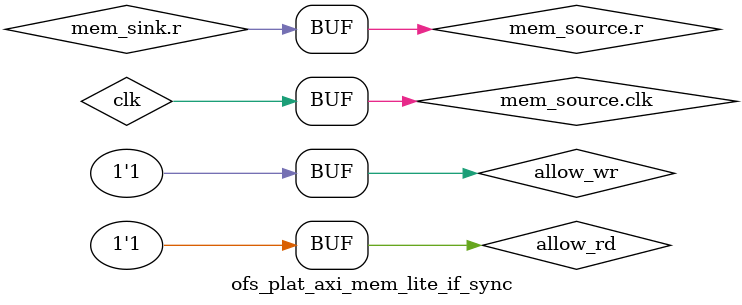
<source format=sv>

`include "ofs_plat_if.vh"


module ofs_plat_axi_mem_lite_if_sync
  #(
    // Allow AW and AR to both be valid in the same cycle?
    parameter NO_SIMULTANEOUS_RW = 0
    )
   (
    ofs_plat_axi_mem_lite_if.to_sink mem_sink,
    ofs_plat_axi_mem_lite_if.to_source mem_source
    );

    logic clk;
    assign clk = mem_source.clk;
    logic reset_n;
    assign reset_n = mem_source.reset_n;

    // synthesis translate_off
    `OFS_PLAT_AXI_MEM_LITE_IF_CHECK_PARAMS_MATCH(mem_sink, mem_source)
    // synthesis translate_on

    logic allow_rd, allow_wr;

    generate
        if (NO_SIMULTANEOUS_RW)
        begin : no_rw
            always_ff @(posedge clk)
            begin
                if (allow_rd)
                begin
                    // In read mode, there is a pending write, and no read
                    // requested or a read was just completed.
                    if ((!mem_source.arvalid || mem_sink.arready) &&
                        mem_source.awvalid)
                    begin
                        // Switch to write mode
                        allow_rd <= 1'b0;
                        allow_wr <= 1'b1;
                    end
                end
                else
                begin
                    // In write mode, there is a pending read, and no write
                    // requested or a write was just completed.
                    if ((!mem_source.awvalid || !mem_source.wvalid || mem_sink.awready) &&
                        mem_source.arvalid)
                    begin
                        // Switch to read mode
                        allow_rd <= 1'b1;
                        allow_wr <= 1'b0;
                    end
                end

                if (!reset_n)
                begin
                    allow_rd <= 1'b1;
                    allow_wr <= 1'b0;
                end
            end
        end
        else
        begin : rw
            // Allow simultaneous read and write requests
            assign allow_rd = 1'b1;
            assign allow_wr = 1'b1;
        end
    endgenerate

    always_comb
    begin
        mem_sink.awvalid = mem_source.awvalid && mem_source.wvalid && allow_wr;
        mem_source.awready = mem_sink.awready && mem_source.wvalid && allow_wr;
        mem_sink.aw = mem_source.aw;

        mem_sink.wvalid = mem_source.wvalid && mem_source.awvalid && allow_wr;
        mem_source.wready = mem_sink.wready && mem_source.awvalid && allow_wr;
        mem_sink.w = mem_source.w;

        mem_sink.arvalid = mem_source.arvalid && allow_rd;
        mem_source.arready = mem_sink.arready && allow_rd;
        mem_sink.ar = mem_source.ar;

        mem_source.bvalid = mem_sink.bvalid;
        mem_sink.bready = mem_source.bready;
        mem_source.b = mem_sink.b;

        mem_source.rvalid = mem_sink.rvalid;
        mem_sink.rready = mem_source.rready;
        mem_source.r = mem_sink.r;
    end

endmodule // ofs_plat_axi_mem_lite_if_sync

</source>
